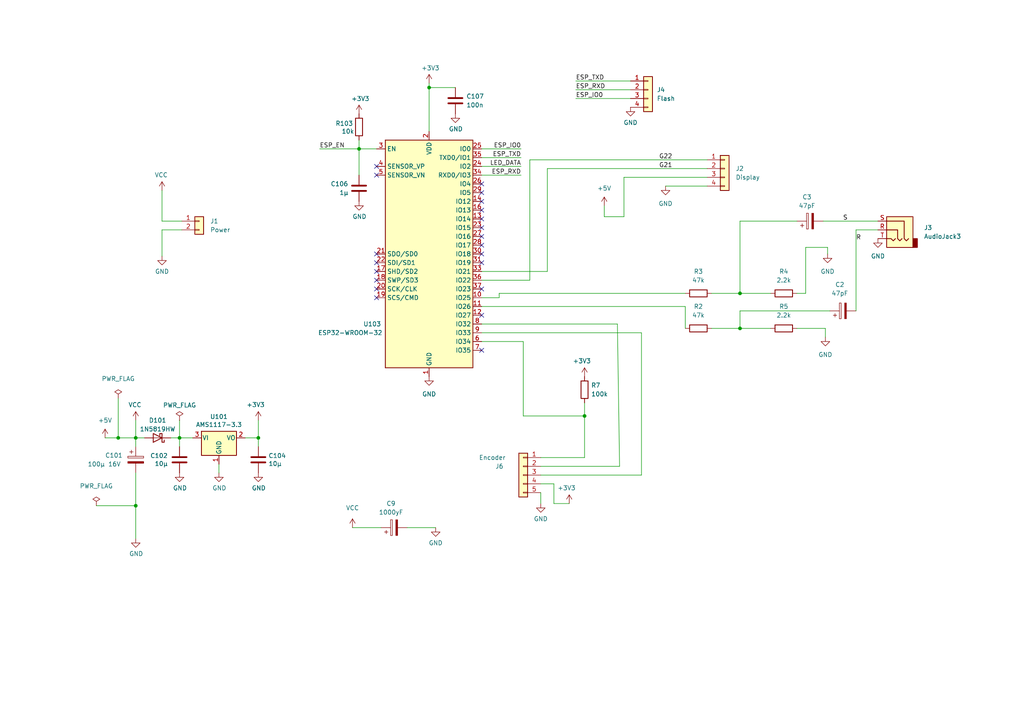
<source format=kicad_sch>
(kicad_sch (version 20211123) (generator eeschema)
  (paper "A4")
  (title_block (title "ESP32Webradio_smd_1") (date "2022-05-21") (rev "1.0"))
  (lib_symbols
    (symbol "Connector:AudioJack3"
      (property "Reference" "J" (at 0 8.89 0))
      (property "Value" "AudioJack3" (at 0 6.35 0))
      (symbol "AudioJack3_0_1"
        (rectangle (start -5.08 -5.08) (end -6.35 -2.54) (stroke (width 0.254)) (fill (type outline)))
        (polyline (pts (xy 0 -2.54) (xy 0.635 -3.175) (xy 1.27 -2.54) (xy 2.54 -2.54)) (stroke (width 0.254)))
        (polyline (pts (xy -1.905 -2.54) (xy -1.27 -3.175) (xy -0.635 -2.54) (xy -0.635 0) (xy 2.54 0)) (stroke (width 0.254)))
        (polyline (pts (xy 2.54 2.54) (xy -2.54 2.54) (xy -2.54 -2.54) (xy -3.175 -3.175) (xy -3.81 -2.54)) (stroke (width 0.254)))
        (rectangle (start 2.54 3.81) (end -5.08 -5.08) (stroke (width 0.254)) (fill (type background)))
      )
      (symbol "AudioJack3_1_1"
        (pin passive line (at 5.08 0 180) (length 2.54) (name "~") (number "R"))
        (pin passive line (at 5.08 2.54 180) (length 2.54) (name "~") (number "S"))
        (pin passive line (at 5.08 -2.54 180) (length 2.54) (name "~") (number "T"))
      )
    )
    (symbol "Connector_Generic:Conn_01x02" (pin_names (offset 1.016) hide)
      (property "Reference" "J" (at 0 2.54 0))
      (property "Value" "Conn_01x02" (at 0 -5.08 0))
      (symbol "Conn_01x02_1_1"
        (rectangle (start -1.27 -2.413) (end 0 -2.667) (stroke (width 0.1524)))
        (rectangle (start -1.27 0.127) (end 0 -0.127) (stroke (width 0.1524)))
        (rectangle (start -1.27 1.27) (end 1.27 -3.81) (stroke (width 0.254)) (fill (type background)))
        (pin passive line (at -5.08 0 0) (length 3.81) (name "Pin_1") (number "1"))
        (pin passive line (at -5.08 -2.54 0) (length 3.81) (name "Pin_2") (number "2"))
      )
    )
    (symbol "Connector_Generic:Conn_01x04" (pin_names (offset 1.016) hide)
      (property "Reference" "J" (at 0 5.08 0))
      (property "Value" "Conn_01x04" (at 0 -7.62 0))
      (symbol "Conn_01x04_1_1"
        (rectangle (start -1.27 -4.953) (end 0 -5.207) (stroke (width 0.1524)))
        (rectangle (start -1.27 -2.413) (end 0 -2.667) (stroke (width 0.1524)))
        (rectangle (start -1.27 0.127) (end 0 -0.127) (stroke (width 0.1524)))
        (rectangle (start -1.27 2.667) (end 0 2.413) (stroke (width 0.1524)))
        (rectangle (start -1.27 3.81) (end 1.27 -6.35) (stroke (width 0.254)) (fill (type background)))
        (pin passive line (at -5.08 2.54 0) (length 3.81) (name "Pin_1") (number "1"))
        (pin passive line (at -5.08 0 0) (length 3.81) (name "Pin_2") (number "2"))
        (pin passive line (at -5.08 -2.54 0) (length 3.81) (name "Pin_3") (number "3"))
        (pin passive line (at -5.08 -5.08 0) (length 3.81) (name "Pin_4") (number "4"))
      )
    )
    (symbol "Connector_Generic:Conn_01x05" (pin_names (offset 1.016) hide)
      (property "Reference" "J" (at 0 7.62 0))
      (property "Value" "Conn_01x05" (at 0 -7.62 0))
      (symbol "Conn_01x05_1_1"
        (rectangle (start -1.27 -4.953) (end 0 -5.207) (stroke (width 0.1524)))
        (rectangle (start -1.27 -2.413) (end 0 -2.667) (stroke (width 0.1524)))
        (rectangle (start -1.27 0.127) (end 0 -0.127) (stroke (width 0.1524)))
        (rectangle (start -1.27 2.667) (end 0 2.413) (stroke (width 0.1524)))
        (rectangle (start -1.27 5.207) (end 0 4.953) (stroke (width 0.1524)))
        (rectangle (start -1.27 6.35) (end 1.27 -6.35) (stroke (width 0.254)) (fill (type background)))
        (pin passive line (at -5.08 5.08 0) (length 3.81) (name "Pin_1") (number "1"))
        (pin passive line (at -5.08 2.54 0) (length 3.81) (name "Pin_2") (number "2"))
        (pin passive line (at -5.08 0 0) (length 3.81) (name "Pin_3") (number "3"))
        (pin passive line (at -5.08 -2.54 0) (length 3.81) (name "Pin_4") (number "4"))
        (pin passive line (at -5.08 -5.08 0) (length 3.81) (name "Pin_5") (number "5"))
      )
    )
    (symbol "Device:C" (pin_numbers hide) (pin_names (offset 0.254))
      (property "Reference" "C" (at 0.635 2.54 0))
      (property "Value" "C" (at 0.635 -2.54 0))
      (symbol "C_0_1"
        (polyline (pts (xy -2.032 -0.762) (xy 2.032 -0.762)) (stroke (width 0.508)))
        (polyline (pts (xy -2.032 0.762) (xy 2.032 0.762)) (stroke (width 0.508)))
      )
      (symbol "C_1_1"
        (pin passive line (at 0 3.81 270) (length 2.794) (name "~") (number "1"))
        (pin passive line (at 0 -3.81 90) (length 2.794) (name "~") (number "2"))
      )
    )
    (symbol "Device:C_Polarized" (pin_numbers hide) (pin_names (offset 0.254))
      (property "Reference" "C" (at 0.635 2.54 0))
      (property "Value" "C_Polarized" (at 0.635 -2.54 0))
      (symbol "C_Polarized_0_1"
        (rectangle (start -2.286 0.508) (end 2.286 1.016))
        (polyline (pts (xy -1.778 2.286) (xy -0.762 2.286)))
        (polyline (pts (xy -1.27 2.794) (xy -1.27 1.778)))
        (rectangle (start 2.286 -0.508) (end -2.286 -1.016) (fill (type outline)))
      )
      (symbol "C_Polarized_1_1"
        (pin passive line (at 0 3.81 270) (length 2.794) (name "~") (number "1"))
        (pin passive line (at 0 -3.81 90) (length 2.794) (name "~") (number "2"))
      )
    )
    (symbol "Device:D_Schottky" (pin_numbers hide) (pin_names (offset 1.016) hide)
      (property "Reference" "D" (at 0 2.54 0))
      (property "Value" "D_Schottky" (at 0 -2.54 0))
      (symbol "D_Schottky_0_1"
        (polyline (pts (xy 1.27 0) (xy -1.27 0)))
        (polyline (pts (xy 1.27 1.27) (xy 1.27 -1.27) (xy -1.27 0) (xy 1.27 1.27)) (stroke (width 0.254)))
        (polyline (pts (xy -1.905 0.635) (xy -1.905 1.27) (xy -1.27 1.27) (xy -1.27 -1.27) (xy -0.635 -1.27) (xy -0.635 -0.635)) (stroke (width 0.254)))
      )
      (symbol "D_Schottky_1_1"
        (pin passive line (at -3.81 0 0) (length 2.54) (name "K") (number "1"))
        (pin passive line (at 3.81 0 180) (length 2.54) (name "A") (number "2"))
      )
    )
    (symbol "Device:R" (pin_numbers hide) (pin_names (offset 0))
      (property "Reference" "R" (at 2.032 0 90))
      (property "Value" "R" (at 0 0 90))
      (symbol "R_0_1"
        (rectangle (start -1.016 -2.54) (end 1.016 2.54) (stroke (width 0.254)))
      )
      (symbol "R_1_1"
        (pin passive line (at 0 3.81 270) (length 1.27) (name "~") (number "1"))
        (pin passive line (at 0 -3.81 90) (length 1.27) (name "~") (number "2"))
      )
    )
    (symbol "RF_Module:ESP32-WROOM-32"
      (property "Reference" "U" (at -12.7 34.29 0))
      (property "Value" "ESP32-WROOM-32" (at 1.27 34.29 0))
      (symbol "ESP32-WROOM-32_0_1"
        (rectangle (start -12.7 33.02) (end 12.7 -33.02) (stroke (width 0.254)) (fill (type background)))
      )
      (symbol "ESP32-WROOM-32_1_1"
        (pin power_in line (at 0 -35.56 90) (length 2.54) (name "GND") (number "1"))
        (pin bidirectional line (at 15.24 -12.7 180) (length 2.54) (name "IO25") (number "10"))
        (pin bidirectional line (at 15.24 -15.24 180) (length 2.54) (name "IO26") (number "11"))
        (pin bidirectional line (at 15.24 -17.78 180) (length 2.54) (name "IO27") (number "12"))
        (pin bidirectional line (at 15.24 10.16 180) (length 2.54) (name "IO14") (number "13"))
        (pin bidirectional line (at 15.24 15.24 180) (length 2.54) (name "IO12") (number "14"))
        (pin passive line (at 0 -35.56 90) (length 2.54) hide (name "GND") (number "15"))
        (pin bidirectional line (at 15.24 12.7 180) (length 2.54) (name "IO13") (number "16"))
        (pin bidirectional line (at -15.24 -5.08 0) (length 2.54) (name "SHD/SD2") (number "17"))
        (pin bidirectional line (at -15.24 -7.62 0) (length 2.54) (name "SWP/SD3") (number "18"))
        (pin bidirectional line (at -15.24 -12.7 0) (length 2.54) (name "SCS/CMD") (number "19"))
        (pin power_in line (at 0 35.56 270) (length 2.54) (name "VDD") (number "2"))
        (pin bidirectional line (at -15.24 -10.16 0) (length 2.54) (name "SCK/CLK") (number "20"))
        (pin bidirectional line (at -15.24 0 0) (length 2.54) (name "SDO/SD0") (number "21"))
        (pin bidirectional line (at -15.24 -2.54 0) (length 2.54) (name "SDI/SD1") (number "22"))
        (pin bidirectional line (at 15.24 7.62 180) (length 2.54) (name "IO15") (number "23"))
        (pin bidirectional line (at 15.24 25.4 180) (length 2.54) (name "IO2") (number "24"))
        (pin bidirectional line (at 15.24 30.48 180) (length 2.54) (name "IO0") (number "25"))
        (pin bidirectional line (at 15.24 20.32 180) (length 2.54) (name "IO4") (number "26"))
        (pin bidirectional line (at 15.24 5.08 180) (length 2.54) (name "IO16") (number "27"))
        (pin bidirectional line (at 15.24 2.54 180) (length 2.54) (name "IO17") (number "28"))
        (pin bidirectional line (at 15.24 17.78 180) (length 2.54) (name "IO5") (number "29"))
        (pin input line (at -15.24 30.48 0) (length 2.54) (name "EN") (number "3"))
        (pin bidirectional line (at 15.24 0 180) (length 2.54) (name "IO18") (number "30"))
        (pin bidirectional line (at 15.24 -2.54 180) (length 2.54) (name "IO19") (number "31"))
        (pin no_connect line (at -12.7 -27.94 0) (length 2.54) hide (name "NC") (number "32"))
        (pin bidirectional line (at 15.24 -5.08 180) (length 2.54) (name "IO21") (number "33"))
        (pin bidirectional line (at 15.24 22.86 180) (length 2.54) (name "RXD0/IO3") (number "34"))
        (pin bidirectional line (at 15.24 27.94 180) (length 2.54) (name "TXD0/IO1") (number "35"))
        (pin bidirectional line (at 15.24 -7.62 180) (length 2.54) (name "IO22") (number "36"))
        (pin bidirectional line (at 15.24 -10.16 180) (length 2.54) (name "IO23") (number "37"))
        (pin passive line (at 0 -35.56 90) (length 2.54) hide (name "GND") (number "38"))
        (pin passive line (at 0 -35.56 90) (length 2.54) hide (name "GND") (number "39"))
        (pin input line (at -15.24 25.4 0) (length 2.54) (name "SENSOR_VP") (number "4"))
        (pin input line (at -15.24 22.86 0) (length 2.54) (name "SENSOR_VN") (number "5"))
        (pin input line (at 15.24 -25.4 180) (length 2.54) (name "IO34") (number "6"))
        (pin input line (at 15.24 -27.94 180) (length 2.54) (name "IO35") (number "7"))
        (pin bidirectional line (at 15.24 -20.32 180) (length 2.54) (name "IO32") (number "8"))
        (pin bidirectional line (at 15.24 -22.86 180) (length 2.54) (name "IO33") (number "9"))
      )
    )
    (symbol "Regulator_Linear:AMS1117-3.3" (pin_names (offset 0.254))
      (property "Reference" "U" (at -3.81 3.175 0))
      (property "Value" "AMS1117-3.3" (at 0 3.175 0))
      (symbol "AMS1117-3.3_0_1"
        (rectangle (start -5.08 -5.08) (end 5.08 1.905) (stroke (width 0.254)) (fill (type background)))
      )
      (symbol "AMS1117-3.3_1_1"
        (pin power_in line (at 0 -7.62 90) (length 2.54) (name "GND") (number "1"))
        (pin power_out line (at 7.62 0 180) (length 2.54) (name "VO") (number "2"))
        (pin power_in line (at -7.62 0 0) (length 2.54) (name "VI") (number "3"))
      )
    )
    (symbol "power:+3.3V" (power) (pin_names (offset 0))
      (property "Value" "+3.3V" (at 0 3.556 0))
      (symbol "+3.3V_0_1"
        (polyline (pts (xy -0.762 1.27) (xy 0 2.54)))
        (polyline (pts (xy 0 0) (xy 0 2.54)))
        (polyline (pts (xy 0 2.54) (xy 0.762 1.27)))
      )
      (symbol "+3.3V_1_1"
        (pin power_in line (at 0 0 90) (length 0) hide (name "+3V3") (number "1"))
      )
    )
    (symbol "power:+5V" (power) (pin_names (offset 0))
      (property "Value" "+5V" (at 0 3.556 0))
      (symbol "+5V_0_1"
        (polyline (pts (xy -0.762 1.27) (xy 0 2.54)))
        (polyline (pts (xy 0 0) (xy 0 2.54)))
        (polyline (pts (xy 0 2.54) (xy 0.762 1.27)))
      )
      (symbol "+5V_1_1"
        (pin power_in line (at 0 0 90) (length 0) hide (name "+5V") (number "1"))
      )
    )
    (symbol "power:GND" (power) (pin_names (offset 0))
      (property "Value" "GND" (at 0 -3.81 0))
      (symbol "GND_0_1"
        (polyline (pts (xy 0 0) (xy 0 -1.27) (xy 1.27 -1.27) (xy 0 -2.54) (xy -1.27 -1.27) (xy 0 -1.27)))
      )
      (symbol "GND_1_1"
        (pin power_in line (at 0 0 270) (length 0) hide (name "GND") (number "1"))
      )
    )
    (symbol "power:PWR_FLAG" (power) (pin_numbers hide) (pin_names (offset 0) hide)
      (property "Value" "PWR_FLAG" (at 0 3.81 0))
      (symbol "PWR_FLAG_0_0"
        (pin power_out line (at 0 0 90) (length 0) (name "pwr") (number "1"))
      )
      (symbol "PWR_FLAG_0_1"
        (polyline (pts (xy 0 0) (xy 0 1.27) (xy -1.016 1.905) (xy 0 2.54) (xy 1.016 1.905) (xy 0 1.27)))
      )
    )
    (symbol "power:VCC" (power) (pin_names (offset 0))
      (property "Value" "VCC" (at 0 3.81 0))
      (symbol "VCC_0_1"
        (polyline (pts (xy -0.762 1.27) (xy 0 2.54)))
        (polyline (pts (xy 0 0) (xy 0 2.54)))
        (polyline (pts (xy 0 2.54) (xy 0.762 1.27)))
      )
      (symbol "VCC_1_1"
        (pin power_in line (at 0 0 90) (length 0) hide (name "VCC") (number "1"))
      )
    )
  )
  (junction (at 39.37 146.685))
  (junction (at 124.46 25.4))
  (junction (at 104.14 43.18))
  (junction (at 214.63 95.25))
  (junction (at 74.93 127))
  (junction (at 169.545 120.65))
  (junction (at 39.37 127))
  (junction (at 52.07 127))
  (junction (at 214.63 85.09))
  (junction (at 34.29 127))
  (no_connect (at 109.22 50.8))
  (no_connect (at 109.22 73.66))
  (no_connect (at 109.22 76.2))
  (no_connect (at 109.22 78.74))
  (no_connect (at 109.22 81.28))
  (no_connect (at 109.22 83.82))
  (no_connect (at 109.22 86.36))
  (no_connect (at 139.7 53.34))
  (no_connect (at 109.22 48.26))
  (no_connect (at 139.7 55.88))
  (no_connect (at 139.7 58.42))
  (no_connect (at 139.7 63.5))
  (no_connect (at 139.7 71.12))
  (no_connect (at 139.7 66.04))
  (no_connect (at 139.7 91.44))
  (no_connect (at 139.7 83.82))
  (no_connect (at 139.7 76.2))
  (no_connect (at 139.7 73.66))
  (no_connect (at 139.7 60.96))
  (no_connect (at 139.7 68.58))
  (no_connect (at 139.7 101.6))
  (wire (pts (xy 104.14 43.18) (xy 104.14 50.8)))
  (wire (pts (xy 139.7 96.52) (xy 186.055 96.52)))
  (wire (pts (xy 52.705 66.675) (xy 46.99 66.675)))
  (wire (pts (xy 39.37 146.685) (xy 39.37 156.21)))
  (wire (pts (xy 52.07 127) (xy 55.88 127)))
  (wire (pts (xy 167.005 23.495) (xy 182.88 23.495)))
  (wire (pts (xy 46.99 64.135) (xy 52.705 64.135)))
  (wire (pts (xy 214.63 95.25) (xy 223.52 95.25)))
  (wire (pts (xy 198.755 88.9) (xy 139.7 88.9)))
  (wire (pts (xy 34.29 115.57) (xy 34.29 127)))
  (wire (pts (xy 52.07 127) (xy 52.07 129.54)))
  (wire (pts (xy 158.75 48.895) (xy 205.105 48.895)))
  (wire (pts (xy 160.655 140.335) (xy 160.655 146.05)))
  (wire (pts (xy 160.655 146.05) (xy 165.1 146.05)))
  (wire (pts (xy 231.14 95.25) (xy 239.395 95.25)))
  (wire (pts (xy 186.055 137.795) (xy 186.055 96.52)))
  (wire (pts (xy 104.14 40.64) (xy 104.14 43.18)))
  (wire (pts (xy 214.63 64.135) (xy 231.14 64.135)))
  (wire (pts (xy 214.63 64.135) (xy 214.63 85.09)))
  (wire (pts (xy 175.26 62.865) (xy 175.26 59.69)))
  (wire (pts (xy 74.93 121.92) (xy 74.93 127)))
  (wire (pts (xy 49.53 127) (xy 52.07 127)))
  (wire (pts (xy 139.7 99.06) (xy 151.765 99.06)))
  (wire (pts (xy 63.5 134.62) (xy 63.5 137.16)))
  (wire (pts (xy 156.845 132.715) (xy 169.545 132.715)))
  (wire (pts (xy 169.545 116.84) (xy 169.545 120.65)))
  (wire (pts (xy 206.375 85.09) (xy 214.63 85.09)))
  (wire (pts (xy 74.93 127) (xy 74.93 129.54)))
  (wire (pts (xy 39.37 121.92) (xy 39.37 127)))
  (wire (pts (xy 248.285 66.675) (xy 254.635 66.675)))
  (wire (pts (xy 198.755 85.09) (xy 144.78 85.09)))
  (wire (pts (xy 139.7 93.98) (xy 179.07 93.98)))
  (wire (pts (xy 34.29 127) (xy 39.37 127)))
  (wire (pts (xy 139.7 45.72) (xy 151.13 45.72)))
  (wire (pts (xy 169.545 120.65) (xy 169.545 132.715)))
  (wire (pts (xy 214.63 90.17) (xy 240.665 90.17)))
  (wire (pts (xy 144.78 86.36) (xy 139.7 86.36)))
  (wire (pts (xy 180.975 51.435) (xy 180.975 62.865)))
  (wire (pts (xy 39.37 137.16) (xy 39.37 146.685)))
  (wire (pts (xy 240.03 71.755) (xy 240.03 73.66)))
  (wire (pts (xy 156.845 137.795) (xy 186.055 137.795)))
  (wire (pts (xy 124.46 25.4) (xy 132.08 25.4)))
  (wire (pts (xy 139.7 48.26) (xy 151.13 48.26)))
  (wire (pts (xy 248.285 90.17) (xy 248.285 66.675)))
  (wire (pts (xy 198.755 95.25) (xy 198.755 88.9)))
  (wire (pts (xy 214.63 85.09) (xy 223.52 85.09)))
  (wire (pts (xy 156.845 140.335) (xy 160.655 140.335)))
  (wire (pts (xy 239.395 95.25) (xy 239.395 97.79)))
  (wire (pts (xy 158.75 48.895) (xy 158.75 78.74)))
  (wire (pts (xy 175.26 62.865) (xy 180.975 62.865)))
  (wire (pts (xy 167.005 26.035) (xy 182.88 26.035)))
  (wire (pts (xy 104.14 43.18) (xy 109.22 43.18)))
  (wire (pts (xy 151.765 120.65) (xy 151.765 99.06)))
  (wire (pts (xy 153.67 46.355) (xy 153.67 81.28)))
  (wire (pts (xy 118.11 153.035) (xy 126.365 153.035)))
  (wire (pts (xy 231.14 85.09) (xy 233.68 85.09)))
  (wire (pts (xy 167.005 28.575) (xy 182.88 28.575)))
  (wire (pts (xy 158.75 78.74) (xy 139.7 78.74)))
  (wire (pts (xy 124.46 25.4) (xy 124.46 38.1)))
  (wire (pts (xy 39.37 127) (xy 41.91 127)))
  (wire (pts (xy 139.7 43.18) (xy 151.13 43.18)))
  (wire (pts (xy 233.68 85.09) (xy 233.68 71.755)))
  (wire (pts (xy 124.46 24.13) (xy 124.46 25.4)))
  (wire (pts (xy 46.99 66.675) (xy 46.99 74.295)))
  (wire (pts (xy 169.545 120.65) (xy 151.765 120.65)))
  (wire (pts (xy 179.705 135.255) (xy 179.07 93.98)))
  (wire (pts (xy 92.71 43.18) (xy 104.14 43.18)))
  (wire (pts (xy 102.235 153.035) (xy 110.49 153.035)))
  (wire (pts (xy 156.845 135.255) (xy 179.705 135.255)))
  (wire (pts (xy 52.07 121.92) (xy 52.07 127)))
  (wire (pts (xy 233.68 71.755) (xy 240.03 71.755)))
  (wire (pts (xy 30.48 127) (xy 34.29 127)))
  (wire (pts (xy 144.78 85.09) (xy 144.78 86.36)))
  (wire (pts (xy 214.63 95.25) (xy 214.63 90.17)))
  (wire (pts (xy 238.76 64.135) (xy 254.635 64.135)))
  (wire (pts (xy 46.99 55.245) (xy 46.99 64.135)))
  (wire (pts (xy 27.94 146.685) (xy 39.37 146.685)))
  (wire (pts (xy 193.04 53.975) (xy 205.105 53.975)))
  (wire (pts (xy 153.67 46.355) (xy 205.105 46.355)))
  (wire (pts (xy 156.845 142.875) (xy 156.845 146.05)))
  (wire (pts (xy 39.37 127) (xy 39.37 129.54)))
  (wire (pts (xy 139.7 50.8) (xy 151.13 50.8)))
  (wire (pts (xy 153.67 81.28) (xy 139.7 81.28)))
  (wire (pts (xy 71.12 127) (xy 74.93 127)))
  (wire (pts (xy 206.375 95.25) (xy 214.63 95.25)))
  (wire (pts (xy 205.105 51.435) (xy 180.975 51.435)))
  (label "ESP_IO0" (at 167.005 28.575 0))
  (label "ESP_TXD" (at 151.13 45.72 180))
  (label "ESP_RXD" (at 167.005 26.035 0))
  (label "G22" (at 191.135 46.355 0))
  (label "ESP_TXD" (at 167.005 23.495 0))
  (label "ESP_IO0" (at 151.13 43.18 180))
  (label "S" (at 244.475 64.135 0))
  (label "G21" (at 191.135 48.895 0))
  (label "ESP_RXD" (at 151.13 50.8 180))
  (label "ESP_EN" (at 92.71 43.18 0))
  (label "R" (at 248.285 69.85 0))
  (label "LED_DATA" (at 151.13 48.26 180))
  (symbol (lib_id "power:GND") (at 126.365 153.035 0) (unit 1)
    (property "Reference" "#PWR0112" (effects hide))
    (property "Value" "GND" (at 126.365 157.48 0))
  )
  (symbol (lib_id "Connector_Generic:Conn_01x05") (at 151.765 137.795 0) (mirror y) (unit 1)
    (property "Reference" "J6" (at 146.05 135.255 0) (effects (justify left)))
    (property "Value" "Encoder" (at 146.685 132.715 0) (effects (justify left)))
    (property "Footprint" "Connector_PinHeader_2.54mm:PinHeader_1x05_P2.54mm_Vertical" (effects hide))
  )
  (symbol (lib_id "power:VCC") (at 46.99 55.245 0) (unit 1)
    (property "Reference" "#PWR0111" (effects hide))
    (property "Value" "VCC" (at 44.831 50.7492 0) (effects (justify left)))
  )
  (symbol (lib_id "power:+3.3V") (at 124.46 24.13 0) (unit 1)
    (property "Reference" "#PWR0115" (effects hide))
    (property "Value" "+3.3V" (at 124.841 19.7358 0))
  )
  (symbol (lib_id "power:GND") (at 182.88 31.115 0) (unit 1)
    (property "Reference" "#PWR0125" (effects hide))
    (property "Value" "GND" (at 182.88 35.56 0))
  )
  (symbol (lib_id "power:GND") (at 63.5 137.16 0) (unit 1)
    (property "Reference" "#PWR0106" (effects hide))
    (property "Value" "GND" (at 63.627 141.5542 0))
  )
  (symbol (lib_id "Device:C_Polarized") (at 244.475 90.17 90) (unit 1)
    (property "Reference" "C2" (at 243.586 82.55 90))
    (property "Value" "47pF" (at 243.586 85.09 90))
    (property "Footprint" "Capacitor_THT:CP_Radial_D4.0mm_P2.00mm" (effects hide))
  )
  (symbol (lib_id "Connector_Generic:Conn_01x02") (at 57.785 64.135 0) (unit 1)
    (property "Reference" "J1" (at 60.96 64.1349 0) (effects (justify left)))
    (property "Value" "Power" (at 60.96 66.6749 0) (effects (justify left)))
    (property "Footprint" "Connector_PinHeader_2.54mm:PinHeader_1x02_P2.54mm_Vertical" (effects hide))
  )
  (symbol (lib_id "Device:C_Polarized") (at 39.37 133.35 0) (unit 1)
    (property "Reference" "C101" (at 30.48 132.0799 0) (effects (justify left)))
    (property "Value" "100µ 16V" (at 25.4 134.6199 0) (effects (justify left)))
    (property "Footprint" "Capacitor_SMD:CP_Elec_6.3x5.4" (effects hide))
  )
  (symbol (lib_id "Device:C") (at 104.14 54.61 0) (unit 1)
    (property "Reference" "C106" (at 95.885 53.34 0) (effects (justify left)))
    (property "Value" "1µ" (at 98.425 55.88 0) (effects (justify left)))
    (property "Footprint" "Capacitor_SMD:C_0603_1608Metric" (effects hide))
  )
  (symbol (lib_id "power:VCC") (at 39.37 121.92 0) (unit 1)
    (property "Reference" "#PWR0101" (effects hide))
    (property "Value" "VCC" (at 37.211 117.4242 0) (effects (justify left)))
  )
  (symbol (lib_id "power:PWR_FLAG") (at 27.94 146.685 0) (unit 1)
    (property "Reference" "#FLG0102" (effects hide))
    (property "Value" "PWR_FLAG" (at 27.94 140.97 0))
  )
  (symbol (lib_id "power:+3.3V") (at 165.1 146.05 0) (unit 1)
    (property "Reference" "#PWR0121" (effects hide))
    (property "Value" "+3.3V" (at 161.671 141.5288 0) (effects (justify left)))
  )
  (symbol (lib_id "power:GND") (at 240.03 73.66 0) (unit 1)
    (property "Reference" "#PWR0105" (effects hide))
    (property "Value" "GND" (at 240.03 78.74 0))
  )
  (symbol (lib_id "power:GND") (at 74.93 137.16 0) (unit 1)
    (property "Reference" "#PWR0109" (effects hide))
    (property "Value" "GND" (at 75.057 141.5542 0))
  )
  (symbol (lib_id "power:PWR_FLAG") (at 52.07 121.92 0) (mirror y) (unit 1)
    (property "Reference" "#FLG0101" (effects hide))
    (property "Value" "PWR_FLAG" (at 52.07 117.5258 0))
  )
  (symbol (lib_id "Connector_Generic:Conn_01x04") (at 210.185 48.895 0) (unit 1)
    (property "Reference" "J2" (at 213.36 48.8949 0) (effects (justify left)))
    (property "Value" "Display" (at 213.36 51.4349 0) (effects (justify left)))
    (property "Footprint" "Connector_PinHeader_2.54mm:PinHeader_1x04_P2.54mm_Vertical" (effects hide))
  )
  (symbol (lib_id "power:GND") (at 239.395 97.79 0) (unit 1)
    (property "Reference" "#PWR0107" (effects hide))
    (property "Value" "GND" (at 239.395 102.87 0))
  )
  (symbol (lib_id "Device:R") (at 104.14 36.83 0) (unit 1)
    (property "Reference" "R103" (at 97.282 35.814 0) (effects (justify left)))
    (property "Value" "10k" (at 99.06 38.1 0) (effects (justify left)))
    (property "Footprint" "Resistor_SMD:R_0603_1608Metric" (effects hide))
  )
  (symbol (lib_id "power:GND") (at 156.845 146.05 0) (unit 1)
    (property "Reference" "#PWR0120" (effects hide))
    (property "Value" "GND" (at 156.845 150.495 0))
  )
  (symbol (lib_id "Device:R") (at 227.33 95.25 90) (unit 1)
    (property "Reference" "R5" (at 227.33 88.9 90))
    (property "Value" "2.2k" (at 227.33 91.44 90))
    (property "Footprint" "Resistor_THT:R_Axial_DIN0309_L9.0mm_D3.2mm_P2.54mm_Vertical" (effects hide))
  )
  (symbol (lib_id "power:+5V") (at 30.48 127 0) (unit 1)
    (property "Reference" "#PWR0124" (effects hide))
    (property "Value" "+5V" (at 30.48 121.92 0))
  )
  (symbol (lib_id "Device:C_Polarized") (at 234.95 64.135 90) (unit 1)
    (property "Reference" "C3" (at 234.061 57.15 90))
    (property "Value" "47pF" (at 234.061 59.69 90))
    (property "Footprint" "Capacitor_THT:CP_Radial_D4.0mm_P2.00mm" (effects hide))
  )
  (symbol (lib_id "power:+3.3V") (at 169.545 109.22 0) (unit 1)
    (property "Reference" "#PWR0122" (effects hide))
    (property "Value" "+3.3V" (at 166.116 104.6988 0) (effects (justify left)))
  )
  (symbol (lib_id "Device:R") (at 202.565 85.09 90) (unit 1)
    (property "Reference" "R3" (at 202.565 78.74 90))
    (property "Value" "47k" (at 202.565 81.28 90))
    (property "Footprint" "Resistor_THT:R_Axial_DIN0309_L9.0mm_D3.2mm_P2.54mm_Vertical" (effects hide))
  )
  (symbol (lib_id "power:GND") (at 193.04 53.975 0) (unit 1)
    (property "Reference" "#PWR0118" (effects hide))
    (property "Value" "GND" (at 193.04 59.055 0))
  )
  (symbol (lib_id "Connector:AudioJack3") (at 259.715 66.675 0) (mirror y) (unit 1)
    (property "Reference" "J3" (at 267.97 66.0399 0) (effects (justify right)))
    (property "Value" "AudioJack3" (at 267.97 68.5799 0) (effects (justify right)))
    (property "Footprint" "importedFootprint:AudioJack" (effects hide))
  )
  (symbol (lib_id "power:PWR_FLAG") (at 34.29 115.57 0) (unit 1)
    (property "Reference" "#FLG0103" (effects hide))
    (property "Value" "PWR_FLAG" (at 34.29 109.855 0))
  )
  (symbol (lib_id "power:GND") (at 39.37 156.21 0) (unit 1)
    (property "Reference" "#PWR0102" (effects hide))
    (property "Value" "GND" (at 39.497 160.6042 0))
  )
  (symbol (lib_id "power:GND") (at 132.08 33.02 0) (unit 1)
    (property "Reference" "#PWR0117" (effects hide))
    (property "Value" "GND" (at 132.207 37.4142 0))
  )
  (symbol (lib_id "Device:R") (at 202.565 95.25 90) (unit 1)
    (property "Reference" "R2" (at 202.565 88.9 90))
    (property "Value" "47k" (at 202.565 91.44 90))
    (property "Footprint" "Resistor_THT:R_Axial_DIN0309_L9.0mm_D3.2mm_P2.54mm_Vertical" (effects hide))
  )
  (symbol (lib_id "Device:R") (at 227.33 85.09 90) (unit 1)
    (property "Reference" "R4" (at 227.33 78.74 90))
    (property "Value" "2.2k" (at 227.33 81.28 90))
    (property "Footprint" "Resistor_THT:R_Axial_DIN0309_L9.0mm_D3.2mm_P2.54mm_Vertical" (effects hide))
  )
  (symbol (lib_id "power:GND") (at 104.14 58.42 0) (unit 1)
    (property "Reference" "#PWR0114" (effects hide))
    (property "Value" "GND" (at 104.267 62.8142 0))
  )
  (symbol (lib_id "Connector_Generic:Conn_01x04") (at 187.96 26.035 0) (unit 1)
    (property "Reference" "J4" (at 190.5 26.0349 0) (effects (justify left)))
    (property "Value" "Flash" (at 190.5 28.5749 0) (effects (justify left)))
    (property "Footprint" "Connector_PinHeader_2.54mm:PinHeader_1x04_P2.54mm_Vertical" (effects hide))
  )
  (symbol (lib_id "power:+3.3V") (at 104.14 33.02 0) (unit 1)
    (property "Reference" "#PWR0113" (effects hide))
    (property "Value" "+3.3V" (at 104.521 28.6258 0))
  )
  (symbol (lib_id "power:GND") (at 254.635 69.215 0) (unit 1)
    (property "Reference" "#PWR0103" (effects hide))
    (property "Value" "GND" (at 254.635 74.295 0))
  )
  (symbol (lib_id "Device:C") (at 132.08 29.21 0) (unit 1)
    (property "Reference" "C107" (at 135.255 27.94 0) (effects (justify left)))
    (property "Value" "100n" (at 135.255 30.48 0) (effects (justify left)))
    (property "Footprint" "Capacitor_SMD:C_0603_1608Metric" (effects hide))
  )
  (symbol (lib_id "power:+3.3V") (at 74.93 121.92 0) (unit 1)
    (property "Reference" "#PWR0108" (effects hide))
    (property "Value" "+3.3V" (at 71.501 117.3988 0) (effects (justify left)))
  )
  (symbol (lib_id "Regulator_Linear:AMS1117-3.3") (at 63.5 127 0) (unit 1)
    (property "Reference" "U101" (at 63.5 120.8532 0))
    (property "Value" "AMS1117-3.3" (at 63.5 123.1646 0))
    (property "Footprint" "Package_TO_SOT_SMD:SOT-223-3_TabPin2" (effects hide))
    (property "Datasheet" "http://www.advanced-monolithic.com/pdf/ds1117.pdf" (effects hide))
  )
  (symbol (lib_id "RF_Module:ESP32-WROOM-32") (at 124.46 73.66 0) (unit 1)
    (property "Reference" "U103" (at 107.95 93.98 0))
    (property "Value" "ESP32-WROOM-32" (at 101.6 96.52 0))
    (property "Footprint" "RF_Module:ESP32-WROOM-32" (effects hide))
    (property "Datasheet" "https://www.espressif.com/sites/default/files/documentation/esp32-wroom-32_datasheet_en.pdf" (effects hide))
  )
  (symbol (lib_id "Device:C") (at 52.07 133.35 0) (unit 1)
    (property "Reference" "C102" (at 43.561 132.1816 0) (effects (justify left)))
    (property "Value" "10µ" (at 44.831 134.493 0) (effects (justify left)))
    (property "Footprint" "Capacitor_SMD:C_0603_1608Metric" (effects hide))
  )
  (symbol (lib_id "power:+5V") (at 175.26 59.69 0) (unit 1)
    (property "Reference" "#PWR0119" (effects hide))
    (property "Value" "+5V" (at 175.26 54.61 0))
  )
  (symbol (lib_id "power:VCC") (at 102.235 153.035 0) (unit 1)
    (property "Reference" "#PWR0123" (effects hide))
    (property "Value" "VCC" (at 102.235 147.32 0))
  )
  (symbol (lib_id "power:GND") (at 52.07 137.16 0) (unit 1)
    (property "Reference" "#PWR0104" (effects hide))
    (property "Value" "GND" (at 52.197 141.5542 0))
  )
  (symbol (lib_id "Device:C_Polarized") (at 114.3 153.035 90) (unit 1)
    (property "Reference" "C9" (at 113.411 146.05 90))
    (property "Value" "1000yF" (at 113.411 148.59 90))
    (property "Footprint" "Capacitor_THT:CP_Radial_D10.0mm_P2.50mm" (effects hide))
  )
  (symbol (lib_id "Device:D_Schottky") (at 45.72 127 180) (unit 1)
    (property "Reference" "D101" (at 45.72 121.92 0))
    (property "Value" "1N5819HW" (at 45.72 124.46 0))
    (property "Footprint" "Diode_SMD:D_SOD-123" (effects hide))
  )
  (symbol (lib_id "Device:C") (at 74.93 133.35 0) (unit 1)
    (property "Reference" "C104" (at 77.851 132.1816 0) (effects (justify left)))
    (property "Value" "10µ" (at 77.851 134.493 0) (effects (justify left)))
    (property "Footprint" "Capacitor_SMD:C_0603_1608Metric" (effects hide))
  )
  (symbol (lib_id "power:GND") (at 46.99 74.295 0) (unit 1)
    (property "Reference" "#PWR0110" (effects hide))
    (property "Value" "GND" (at 46.99 78.74 0))
  )
  (symbol (lib_id "Device:R") (at 169.545 113.03 0) (unit 1)
    (property "Reference" "R7" (at 171.45 111.7599 0) (effects (justify left)))
    (property "Value" "100k" (at 171.45 114.2999 0) (effects (justify left)))
    (property "Footprint" "Resistor_THT:R_Axial_DIN0309_L9.0mm_D3.2mm_P2.54mm_Vertical" (effects hide))
  )
  (symbol (lib_id "power:GND") (at 124.46 109.22 0) (unit 1)
    (property "Reference" "#PWR0116" (effects hide))
    (property "Value" "GND" (at 124.46 114.3 0))
  )
)
</source>
